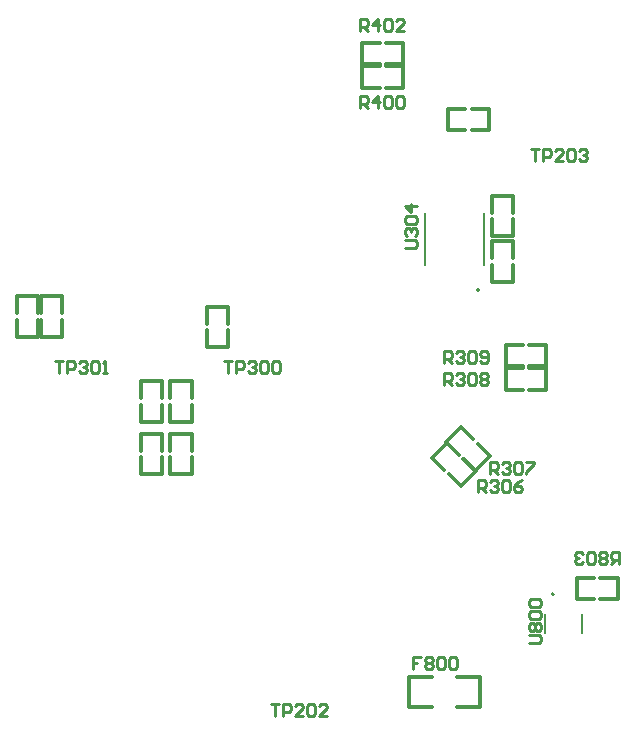
<source format=gbo>
G04*
G04 #@! TF.GenerationSoftware,Altium Limited,Altium Designer,24.2.2 (26)*
G04*
G04 Layer_Color=32896*
%FSLAX44Y44*%
%MOMM*%
G71*
G04*
G04 #@! TF.SameCoordinates,57E06D6A-15B4-4B42-AE12-48CE37104189*
G04*
G04*
G04 #@! TF.FilePolarity,Positive*
G04*
G01*
G75*
%ADD10C,0.2000*%
%ADD17C,0.3048*%
%ADD18C,0.1270*%
%ADD20C,0.2540*%
D10*
X467290Y405670D02*
G03*
X467290Y405670I-1000J0D01*
G01*
X530500Y148000D02*
G03*
X530500Y148000I-1000J0D01*
G01*
D17*
X550000Y144000D02*
Y162000D01*
X564500D01*
X570000D02*
X584500D01*
X570000Y144000D02*
X584500D01*
Y162000D01*
X550000Y144000D02*
X564500D01*
X237000Y391500D02*
X255000D01*
Y377000D02*
Y391500D01*
Y357000D02*
Y371500D01*
X237000Y357000D02*
Y371500D01*
Y357000D02*
X255000D01*
X237000Y377000D02*
Y391500D01*
X408010Y52300D02*
Y77700D01*
X467700Y52300D02*
Y77700D01*
X408010D02*
X427060D01*
X408010Y52300D02*
X427060D01*
X448650D02*
X467700D01*
X448650Y77700D02*
X467700D01*
X368500Y597000D02*
Y615000D01*
X383000D01*
X388500D02*
X403000D01*
X388500Y597000D02*
X403000D01*
Y615000D01*
X368500Y597000D02*
X383000D01*
X403000Y577000D02*
Y595000D01*
X388500Y577000D02*
X403000D01*
X368500D02*
X383000D01*
X368500Y595000D02*
X383000D01*
X368500Y577000D02*
Y595000D01*
X388500D02*
X403000D01*
X96000Y366000D02*
X114000D01*
X96000D02*
Y380500D01*
Y386000D02*
Y400500D01*
X114000Y386000D02*
Y400500D01*
X96000D02*
X114000D01*
Y366000D02*
Y380500D01*
X524337Y321337D02*
Y339337D01*
X509837Y321337D02*
X524337D01*
X489837D02*
X504337D01*
X489837Y339337D02*
X504337D01*
X489837Y321337D02*
Y339337D01*
X509837D02*
X524337D01*
X452000Y239272D02*
X464728Y252000D01*
X441747Y249525D02*
X452000Y239272D01*
X427605Y263667D02*
X437858Y253414D01*
X440333Y276395D02*
X450586Y266142D01*
X427605Y263667D02*
X440333Y276395D01*
X454475Y262253D02*
X464728Y252000D01*
X463667Y252605D02*
X476395Y265333D01*
X453414Y262858D02*
X463667Y252605D01*
X439272Y277000D02*
X449525Y266747D01*
X452000Y289728D02*
X462253Y279475D01*
X439272Y277000D02*
X452000Y289728D01*
X466142Y275586D02*
X476395Y265333D01*
X524337Y341337D02*
Y359337D01*
X509837Y341337D02*
X524337D01*
X489837D02*
X504337D01*
X489837Y359337D02*
X504337D01*
X489837Y341337D02*
Y359337D01*
X509837D02*
X524337D01*
X181000Y328500D02*
X199000D01*
Y314000D02*
Y328500D01*
Y294000D02*
Y308500D01*
X181000Y294000D02*
Y308500D01*
Y294000D02*
X199000D01*
X181000Y314000D02*
Y328500D01*
X441000Y541000D02*
Y559000D01*
X455500D01*
X461000D02*
X475500D01*
X461000Y541000D02*
X475500D01*
Y559000D01*
X441000Y541000D02*
X455500D01*
X478000Y447000D02*
X496000D01*
Y432500D02*
Y447000D01*
Y412500D02*
Y427000D01*
X478000Y412500D02*
Y427000D01*
Y412500D02*
X496000D01*
X478000Y432500D02*
Y447000D01*
X181000Y249500D02*
X199000D01*
X181000D02*
Y264000D01*
Y269500D02*
Y284000D01*
X199000Y269500D02*
Y284000D01*
X181000D02*
X199000D01*
Y249500D02*
Y264000D01*
X206000Y249500D02*
X224000D01*
X206000D02*
Y264000D01*
Y269500D02*
Y284000D01*
X224000Y269500D02*
Y284000D01*
X206000D02*
X224000D01*
Y249500D02*
Y264000D01*
X478000Y485500D02*
X496000D01*
Y471000D02*
Y485500D01*
Y451000D02*
Y465500D01*
X478000Y451000D02*
Y465500D01*
Y451000D02*
X496000D01*
X478000Y471000D02*
Y485500D01*
X76000Y366000D02*
X94000D01*
X76000D02*
Y380500D01*
Y386000D02*
Y400500D01*
X94000Y386000D02*
Y400500D01*
X76000D02*
X94000D01*
Y366000D02*
Y380500D01*
X206000Y328500D02*
X224000D01*
Y314000D02*
Y328500D01*
Y294000D02*
Y308500D01*
X206000Y294000D02*
Y308500D01*
Y294000D02*
X224000D01*
X206000Y314000D02*
Y328500D01*
D18*
X471500Y426800D02*
Y470800D01*
X421500Y426800D02*
Y470800D01*
X523400Y115000D02*
Y131000D01*
X554600Y115000D02*
Y131000D01*
D20*
X586121Y173922D02*
Y184078D01*
X581042D01*
X579350Y182386D01*
Y179000D01*
X581042Y177307D01*
X586121D01*
X582735D02*
X579350Y173922D01*
X575964Y182386D02*
X574271Y184078D01*
X570886D01*
X569193Y182386D01*
Y180693D01*
X570886Y179000D01*
X569193Y177307D01*
Y175614D01*
X570886Y173922D01*
X574271D01*
X575964Y175614D01*
Y177307D01*
X574271Y179000D01*
X575964Y180693D01*
Y182386D01*
X574271Y179000D02*
X570886D01*
X565807Y182386D02*
X564114Y184078D01*
X560729D01*
X559036Y182386D01*
Y175614D01*
X560729Y173922D01*
X564114D01*
X565807Y175614D01*
Y182386D01*
X555650D02*
X553958Y184078D01*
X550572D01*
X548879Y182386D01*
Y180693D01*
X550572Y179000D01*
X552265D01*
X550572D01*
X548879Y177307D01*
Y175614D01*
X550572Y173922D01*
X553958D01*
X555650Y175614D01*
X291301Y55078D02*
X298072D01*
X294687D01*
Y44922D01*
X301458D02*
Y55078D01*
X306536D01*
X308229Y53386D01*
Y50000D01*
X306536Y48307D01*
X301458D01*
X318386Y44922D02*
X311614D01*
X318386Y51693D01*
Y53386D01*
X316693Y55078D01*
X313307D01*
X311614Y53386D01*
X321771D02*
X323464Y55078D01*
X326850D01*
X328542Y53386D01*
Y46614D01*
X326850Y44922D01*
X323464D01*
X321771Y46614D01*
Y53386D01*
X338699Y44922D02*
X331928D01*
X338699Y51693D01*
Y53386D01*
X337006Y55078D01*
X333621D01*
X331928Y53386D01*
X511301Y525078D02*
X518072D01*
X514687D01*
Y514922D01*
X521458D02*
Y525078D01*
X526536D01*
X528229Y523386D01*
Y520000D01*
X526536Y518307D01*
X521458D01*
X538386Y514922D02*
X531614D01*
X538386Y521693D01*
Y523386D01*
X536693Y525078D01*
X533307D01*
X531614Y523386D01*
X541771D02*
X543464Y525078D01*
X546850D01*
X548542Y523386D01*
Y516614D01*
X546850Y514922D01*
X543464D01*
X541771Y516614D01*
Y523386D01*
X551928D02*
X553621Y525078D01*
X557006D01*
X558699Y523386D01*
Y521693D01*
X557006Y520000D01*
X555313D01*
X557006D01*
X558699Y518307D01*
Y516614D01*
X557006Y514922D01*
X553621D01*
X551928Y516614D01*
X404922Y441379D02*
X413386D01*
X415078Y443072D01*
Y446458D01*
X413386Y448150D01*
X404922D01*
X406614Y451536D02*
X404922Y453229D01*
Y456614D01*
X406614Y458307D01*
X408307D01*
X410000Y456614D01*
Y454922D01*
Y456614D01*
X411693Y458307D01*
X413386D01*
X415078Y456614D01*
Y453229D01*
X413386Y451536D01*
X406614Y461693D02*
X404922Y463386D01*
Y466771D01*
X406614Y468464D01*
X413386D01*
X415078Y466771D01*
Y463386D01*
X413386Y461693D01*
X406614D01*
X415078Y476928D02*
X404922D01*
X410000Y471850D01*
Y478621D01*
X251301Y345078D02*
X258072D01*
X254687D01*
Y334922D01*
X261458D02*
Y345078D01*
X266536D01*
X268229Y343386D01*
Y340000D01*
X266536Y338307D01*
X261458D01*
X271614Y343386D02*
X273307Y345078D01*
X276693D01*
X278386Y343386D01*
Y341693D01*
X276693Y340000D01*
X275000D01*
X276693D01*
X278386Y338307D01*
Y336614D01*
X276693Y334922D01*
X273307D01*
X271614Y336614D01*
X281771Y343386D02*
X283464Y345078D01*
X286849D01*
X288542Y343386D01*
Y336614D01*
X286849Y334922D01*
X283464D01*
X281771Y336614D01*
Y343386D01*
X291928D02*
X293621Y345078D01*
X297006D01*
X298699Y343386D01*
Y336614D01*
X297006Y334922D01*
X293621D01*
X291928Y336614D01*
Y343386D01*
X509922Y106379D02*
X518386D01*
X520078Y108072D01*
Y111458D01*
X518386Y113151D01*
X509922D01*
X511614Y116536D02*
X509922Y118229D01*
Y121614D01*
X511614Y123307D01*
X513307D01*
X515000Y121614D01*
X516693Y123307D01*
X518386D01*
X520078Y121614D01*
Y118229D01*
X518386Y116536D01*
X516693D01*
X515000Y118229D01*
X513307Y116536D01*
X511614D01*
X515000Y118229D02*
Y121614D01*
X511614Y126693D02*
X509922Y128386D01*
Y131771D01*
X511614Y133464D01*
X518386D01*
X520078Y131771D01*
Y128386D01*
X518386Y126693D01*
X511614D01*
Y136849D02*
X509922Y138542D01*
Y141928D01*
X511614Y143621D01*
X518386D01*
X520078Y141928D01*
Y138542D01*
X518386Y136849D01*
X511614D01*
X418150Y95078D02*
X411379D01*
Y90000D01*
X414765D01*
X411379D01*
Y84922D01*
X421536Y93386D02*
X423229Y95078D01*
X426614D01*
X428307Y93386D01*
Y91693D01*
X426614Y90000D01*
X428307Y88307D01*
Y86614D01*
X426614Y84922D01*
X423229D01*
X421536Y86614D01*
Y88307D01*
X423229Y90000D01*
X421536Y91693D01*
Y93386D01*
X423229Y90000D02*
X426614D01*
X431693Y93386D02*
X433386Y95078D01*
X436771D01*
X438464Y93386D01*
Y86614D01*
X436771Y84922D01*
X433386D01*
X431693Y86614D01*
Y93386D01*
X441850D02*
X443542Y95078D01*
X446928D01*
X448621Y93386D01*
Y86614D01*
X446928Y84922D01*
X443542D01*
X441850Y86614D01*
Y93386D01*
X107994Y345078D02*
X114765D01*
X111379D01*
Y334922D01*
X118151D02*
Y345078D01*
X123229D01*
X124922Y343386D01*
Y340000D01*
X123229Y338307D01*
X118151D01*
X128307Y343386D02*
X130000Y345078D01*
X133386D01*
X135078Y343386D01*
Y341693D01*
X133386Y340000D01*
X131693D01*
X133386D01*
X135078Y338307D01*
Y336614D01*
X133386Y334922D01*
X130000D01*
X128307Y336614D01*
X138464Y343386D02*
X140157Y345078D01*
X143542D01*
X145235Y343386D01*
Y336614D01*
X143542Y334922D01*
X140157D01*
X138464Y336614D01*
Y343386D01*
X148621Y334922D02*
X152006D01*
X150313D01*
Y345078D01*
X148621Y343386D01*
X437379Y343922D02*
Y354078D01*
X442458D01*
X444151Y352386D01*
Y349000D01*
X442458Y347307D01*
X437379D01*
X440765D02*
X444151Y343922D01*
X447536Y352386D02*
X449229Y354078D01*
X452614D01*
X454307Y352386D01*
Y350693D01*
X452614Y349000D01*
X450922D01*
X452614D01*
X454307Y347307D01*
Y345614D01*
X452614Y343922D01*
X449229D01*
X447536Y345614D01*
X457693Y352386D02*
X459386Y354078D01*
X462771D01*
X464464Y352386D01*
Y345614D01*
X462771Y343922D01*
X459386D01*
X457693Y345614D01*
Y352386D01*
X467850Y345614D02*
X469542Y343922D01*
X472928D01*
X474621Y345614D01*
Y352386D01*
X472928Y354078D01*
X469542D01*
X467850Y352386D01*
Y350693D01*
X469542Y349000D01*
X474621D01*
X476379Y249922D02*
Y260078D01*
X481458D01*
X483150Y258386D01*
Y255000D01*
X481458Y253307D01*
X476379D01*
X479765D02*
X483150Y249922D01*
X486536Y258386D02*
X488229Y260078D01*
X491614D01*
X493307Y258386D01*
Y256693D01*
X491614Y255000D01*
X489922D01*
X491614D01*
X493307Y253307D01*
Y251614D01*
X491614Y249922D01*
X488229D01*
X486536Y251614D01*
X496693Y258386D02*
X498386Y260078D01*
X501771D01*
X503464Y258386D01*
Y251614D01*
X501771Y249922D01*
X498386D01*
X496693Y251614D01*
Y258386D01*
X506850Y260078D02*
X513621D01*
Y258386D01*
X506850Y251614D01*
Y249922D01*
X466379Y234922D02*
Y245078D01*
X471458D01*
X473150Y243386D01*
Y240000D01*
X471458Y238307D01*
X466379D01*
X469765D02*
X473150Y234922D01*
X476536Y243386D02*
X478229Y245078D01*
X481614D01*
X483307Y243386D01*
Y241693D01*
X481614Y240000D01*
X479922D01*
X481614D01*
X483307Y238307D01*
Y236614D01*
X481614Y234922D01*
X478229D01*
X476536Y236614D01*
X486693Y243386D02*
X488386Y245078D01*
X491771D01*
X493464Y243386D01*
Y236614D01*
X491771Y234922D01*
X488386D01*
X486693Y236614D01*
Y243386D01*
X503621Y245078D02*
X500235Y243386D01*
X496850Y240000D01*
Y236614D01*
X498542Y234922D01*
X501928D01*
X503621Y236614D01*
Y238307D01*
X501928Y240000D01*
X496850D01*
X437379Y324922D02*
Y335078D01*
X442458D01*
X444151Y333386D01*
Y330000D01*
X442458Y328307D01*
X437379D01*
X440765D02*
X444151Y324922D01*
X447536Y333386D02*
X449229Y335078D01*
X452614D01*
X454307Y333386D01*
Y331693D01*
X452614Y330000D01*
X450922D01*
X452614D01*
X454307Y328307D01*
Y326614D01*
X452614Y324922D01*
X449229D01*
X447536Y326614D01*
X457693Y333386D02*
X459386Y335078D01*
X462771D01*
X464464Y333386D01*
Y326614D01*
X462771Y324922D01*
X459386D01*
X457693Y326614D01*
Y333386D01*
X467850D02*
X469542Y335078D01*
X472928D01*
X474621Y333386D01*
Y331693D01*
X472928Y330000D01*
X474621Y328307D01*
Y326614D01*
X472928Y324922D01*
X469542D01*
X467850Y326614D01*
Y328307D01*
X469542Y330000D01*
X467850Y331693D01*
Y333386D01*
X469542Y330000D02*
X472928D01*
X366379Y559922D02*
Y570078D01*
X371458D01*
X373150Y568386D01*
Y565000D01*
X371458Y563307D01*
X366379D01*
X369765D02*
X373150Y559922D01*
X381614D02*
Y570078D01*
X376536Y565000D01*
X383307D01*
X386693Y568386D02*
X388386Y570078D01*
X391771D01*
X393464Y568386D01*
Y561614D01*
X391771Y559922D01*
X388386D01*
X386693Y561614D01*
Y568386D01*
X396850D02*
X398542Y570078D01*
X401928D01*
X403621Y568386D01*
Y561614D01*
X401928Y559922D01*
X398542D01*
X396850Y561614D01*
Y568386D01*
X366379Y624922D02*
Y635078D01*
X371458D01*
X373150Y633386D01*
Y630000D01*
X371458Y628307D01*
X366379D01*
X369765D02*
X373150Y624922D01*
X381614D02*
Y635078D01*
X376536Y630000D01*
X383307D01*
X386693Y633386D02*
X388386Y635078D01*
X391771D01*
X393464Y633386D01*
Y626614D01*
X391771Y624922D01*
X388386D01*
X386693Y626614D01*
Y633386D01*
X403621Y624922D02*
X396850D01*
X403621Y631693D01*
Y633386D01*
X401928Y635078D01*
X398542D01*
X396850Y633386D01*
M02*

</source>
